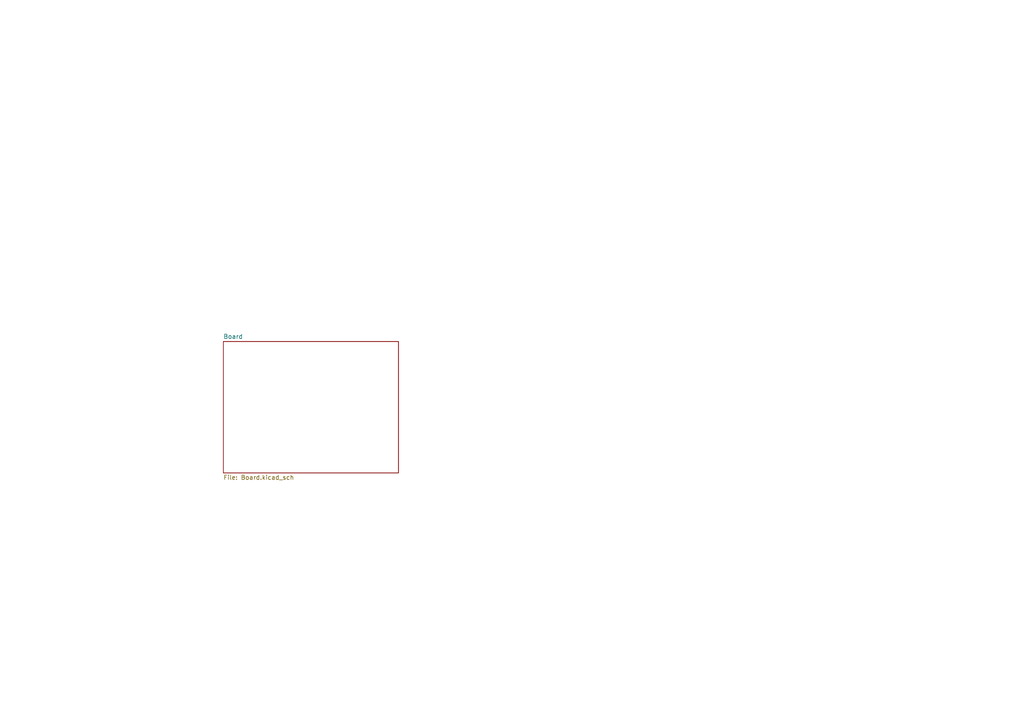
<source format=kicad_sch>
(kicad_sch
	(version 20231120)
	(generator "eeschema")
	(generator_version "8.0")
	(uuid "b497d75e-0918-4e9c-ae43-36360bc031dc")
	(paper "A4")
	(lib_symbols)
	(sheet
		(at 64.77 99.06)
		(size 50.8 38.1)
		(fields_autoplaced yes)
		(stroke
			(width 0.1524)
			(type solid)
		)
		(fill
			(color 0 0 0 0.0000)
		)
		(uuid "01b3bf80-fded-40b5-ad81-2678b7ef607a")
		(property "Sheetname" "Board"
			(at 64.77 98.3484 0)
			(effects
				(font
					(size 1.27 1.27)
				)
				(justify left bottom)
			)
		)
		(property "Sheetfile" "Board.kicad_sch"
			(at 64.77 137.7446 0)
			(effects
				(font
					(size 1.27 1.27)
				)
				(justify left top)
			)
		)
		(instances
			(project "DMH_Adapter_Mult_PCB"
				(path "/b497d75e-0918-4e9c-ae43-36360bc031dc"
					(page "3")
				)
			)
		)
	)
	(sheet_instances
		(path "/"
			(page "1")
		)
	)
)

</source>
